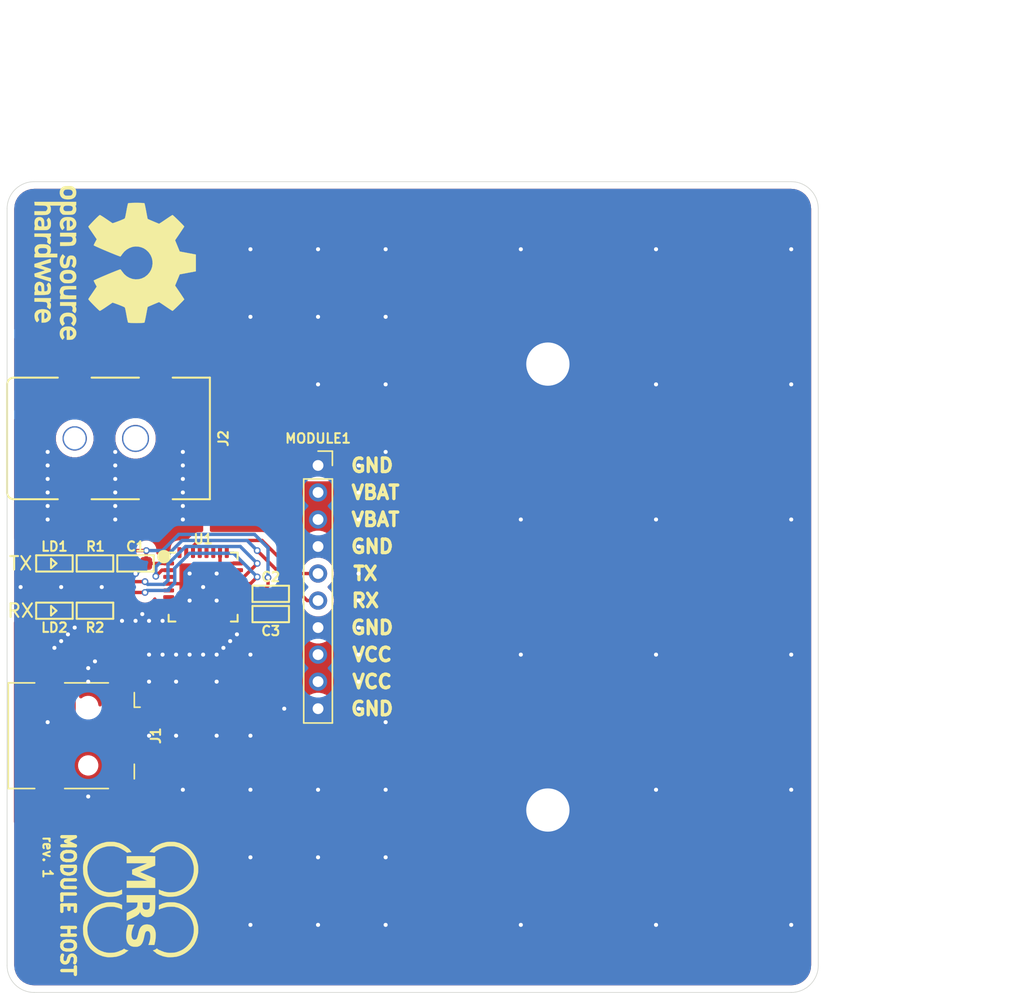
<source format=kicad_pcb>
(kicad_pcb (version 20171130) (host pcbnew 5.1.9-73d0e3b20d~88~ubuntu20.04.1)
  (title_block (title "MRS Module Host") (date 2020-12-15) (rev 1))
  (layers (0 F.Cu signal) (31 B.Cu signal) (34 B.Paste user) (35 F.Paste user) (36 B.SilkS user) (37 F.SilkS user) (38 B.Mask user) (39 F.Mask user) (44 Edge.Cuts user))
  (net 0 "")
  (net 1 +5V)
  (net 2 GND)
  (net 3 +3V3)
  (net 4 "Net-(J1-Pad4)")
  (net 5 /USB_D+)
  (net 6 /USB_D-)
  (net 7 VBAT)
  (net 8 "Net-(LD1-Pad1)")
  (net 9 "Net-(LD2-Pad1)")
  (net 10 /FTDI_TX)
  (net 11 /FTDI_RX)
  (net 12 /TXLED)
  (net 13 /RXLED)
  (net 14 "Net-(U1-Pad32)")
  (net 15 "Net-(U1-Pad31)")
  (net 16 "Net-(U1-Pad29)")
  (net 17 "Net-(U1-Pad28)")
  (net 18 "Net-(U1-Pad27)")
  (net 19 "Net-(U1-Pad25)")
  (net 20 "Net-(U1-Pad23)")
  (net 21 "Net-(U1-Pad13)")
  (net 22 "Net-(U1-Pad12)")
  (net 23 "Net-(U1-Pad11)")
  (net 24 "Net-(U1-Pad10)")
  (net 25 "Net-(U1-Pad9)")
  (net 26 "Net-(U1-Pad8)")
  (net 27 "Net-(U1-Pad7)")
  (net 28 "Net-(U1-Pad6)")
  (net 29 "Net-(U1-Pad5)")
  (net 30 "Net-(U1-Pad3)")
  (module MRS_Connectors:ADC-028-2-TR (layer F.Cu) (at 102 84 90)
    (fp_text reference J2 (at 0 11 270) (layer F.SilkS) (effects (font (size 0.7 0.7))))
    (fp_text value Barrel_Jack hide)
    (pad 2 smd rect (at -5.5 6.1 90) (size 2 2) (layers F.Cu F.Paste F.Mask) (net 2 GND))
    (pad 1 smd rect (at 5.5 6.1 90) (size 2 2) (layers F.Cu F.Paste F.Mask) (net 7 VBAT))
    (pad 2 smd rect (at -5.5 0 90) (size 2 2) (layers F.Cu F.Paste F.Mask) (net 2 GND))
    (pad 1 smd rect (at 5.5 0 90) (size 2 2) (layers F.Cu F.Paste F.Mask) (net 7 VBAT))
    (pad "" np_thru_hole circle (at 0 4.5 90) (size 2 2) (drill 1.8) (layers *.Cu *.Mask))
    (pad "" np_thru_hole circle (at 0 0 90) (size 1.8 1.8) (drill 1.6) (layers *.Cu *.Mask))
  )
  (module MRS_Sensors:MRS_MODULE_MEDIUM (layer F.Cu) (at 120 95)
    (fp_text reference MODULE1 (at 0 -11) (layer F.SilkS) (effects (font (size 0.7 0.7))))
    (fp_text value MRS_Module hide)
    (fp_text user VBAT (at 4.25 -5) (layer F.SilkS) (effects (font (thickness 0.25))))
    (fp_text user RX (at 3.5 1) (layer F.SilkS) (effects (font (thickness 0.25))))
    (fp_text user TX (at 3.5 -1) (layer F.SilkS) (effects (font (thickness 0.25))))
    (fp_text user GND (at 4 -9) (layer F.SilkS) (effects (font (thickness 0.25))))
    (fp_text user GND (at 4 3) (layer F.SilkS) (effects (font (thickness 0.25))))
    (fp_text user GND (at 4 9) (layer F.SilkS) (effects (font (thickness 0.25))))
    (fp_text user GND (at 4 -3) (layer F.SilkS) (effects (font (thickness 0.25))))
    (fp_text user VCC (at 4 7) (layer F.SilkS) (effects (font (thickness 0.25))))
    (fp_text user VCC (at 4 5) (layer F.SilkS) (effects (font (thickness 0.25))))
    (fp_text user VBAT (at 4.25 -7) (layer F.SilkS) (effects (font (thickness 0.25))))
    (pad 2 thru_hole oval (at 0 -7) (size 1.35 1.35) (drill 0.8) (layers *.Cu *.Mask) (net 7 VBAT))
    (pad 10 thru_hole oval (at 0 9) (size 1.35 1.35) (drill 0.8) (layers *.Cu *.Mask) (net 2 GND))
    (pad 8 thru_hole oval (at 0 5) (size 1.35 1.35) (drill 0.8) (layers *.Cu *.Mask) (net 1 +5V))
    (pad 5 thru_hole oval (at 0 -1) (size 1.35 1.35) (drill 0.8) (layers *.Cu *.Mask) (net 10 /FTDI_TX))
    (pad 9 thru_hole oval (at 0 7) (size 1.35 1.35) (drill 0.8) (layers *.Cu *.Mask) (net 1 +5V))
    (pad 6 thru_hole oval (at 0 1) (size 1.35 1.35) (drill 0.8) (layers *.Cu *.Mask) (net 11 /FTDI_RX))
    (pad 1 thru_hole rect (at 0 -9) (size 1.35 1.35) (drill 0.8) (layers *.Cu *.Mask) (net 2 GND))
    (pad 7 thru_hole oval (at 0 3) (size 1.35 1.35) (drill 0.8) (layers *.Cu *.Mask) (net 2 GND))
    (pad 3 thru_hole oval (at 0 -5) (size 1.35 1.35) (drill 0.8) (layers *.Cu *.Mask) (net 7 VBAT))
    (pad 4 thru_hole oval (at 0 -3) (size 1.35 1.35) (drill 0.8) (layers *.Cu *.Mask) (net 2 GND))
    (pad 0 thru_hole circle (at 17 16.5) (size 4 4) (drill 3.2) (layers *.Cu *.Mask) (net 2 GND))
    (pad 0 thru_hole circle (at 17 -16.5) (size 4 4) (drill 3.2) (layers *.Cu *.Mask) (net 2 GND))
  )
  (module Symbol:OSHW-Logo_11.4x12mm_SilkScreen (layer F.Cu) (at 105 71 270)
    (fp_text reference LOGO2 hide)
    (fp_text value Logo_Open_Hardware_Small hide)
  )
  (module MRS_Logo:MRS_10mm (layer F.Cu) (at 106.5 118.5 270)
    (fp_text reference LOGO1 hide)
    (fp_text value MRS_Logo hide)
  )
  (module MRS_QFN:QFN_32-5x5mm (layer F.Cu) (at 111.5 95)
    (fp_text reference U1 (at 0 -3.55) (layer F.SilkS) (effects (font (size 0.7 0.7))))
    (fp_text value FT232RQ hide)
    (pad 32 smd roundrect (at -1.75 -2.55 90) (size 0.8 0.3) (layers F.Cu F.Paste F.Mask) (net 14 "Net-(U1-Pad32)"))
    (pad 31 smd roundrect (at -1.25 -2.55 90) (size 0.8 0.3) (layers F.Cu F.Paste F.Mask) (net 15 "Net-(U1-Pad31)"))
    (pad 30 smd roundrect (at -0.75 -2.55 270) (size 0.8 0.3) (layers F.Cu F.Paste F.Mask) (net 10 /FTDI_TX))
    (pad 29 smd roundrect (at -0.25 -2.55 270) (size 0.8 0.3) (layers F.Cu F.Paste F.Mask) (net 16 "Net-(U1-Pad29)"))
    (pad 28 smd roundrect (at 0.25 -2.55 90) (size 0.8 0.3) (layers F.Cu F.Paste F.Mask) (net 17 "Net-(U1-Pad28)"))
    (pad 27 smd roundrect (at 0.75 -2.55 90) (size 0.8 0.3) (layers F.Cu F.Paste F.Mask) (net 18 "Net-(U1-Pad27)"))
    (pad 26 smd roundrect (at 1.25 -2.55 90) (size 0.8 0.3) (layers F.Cu F.Paste F.Mask) (net 2 GND))
    (pad 25 smd roundrect (at 1.75 -2.55 90) (size 0.8 0.3) (layers F.Cu F.Paste F.Mask) (net 19 "Net-(U1-Pad25)"))
    (pad 24 smd roundrect (at 2.55 -1.75) (size 0.8 0.3) (layers F.Cu F.Paste F.Mask) (net 2 GND))
    (pad 23 smd roundrect (at 2.55 -1.25) (size 0.8 0.3) (layers F.Cu F.Paste F.Mask) (net 20 "Net-(U1-Pad23)"))
    (pad 22 smd roundrect (at 2.55 -0.75) (size 0.8 0.3) (layers F.Cu F.Paste F.Mask) (net 12 /TXLED))
    (pad 21 smd roundrect (at 2.55 -0.25) (size 0.8 0.3) (layers F.Cu F.Paste F.Mask) (net 13 /RXLED))
    (pad 20 smd roundrect (at 2.55 0.25) (size 0.8 0.3) (layers F.Cu F.Paste F.Mask) (net 2 GND))
    (pad 19 smd roundrect (at 2.55 0.75) (size 0.8 0.3) (layers F.Cu F.Paste F.Mask) (net 1 +5V))
    (pad 18 smd roundrect (at 2.55 1.25) (size 0.8 0.3) (layers F.Cu F.Paste F.Mask) (net 1 +5V))
    (pad 17 smd roundrect (at 2.55 1.75) (size 0.8 0.3) (layers F.Cu F.Paste F.Mask) (net 2 GND))
    (pad 16 smd roundrect (at 1.75 2.55 90) (size 0.8 0.3) (layers F.Cu F.Paste F.Mask) (net 3 +3V3))
    (pad 15 smd roundrect (at 1.25 2.55 90) (size 0.8 0.3) (layers F.Cu F.Paste F.Mask) (net 6 /USB_D-))
    (pad 14 smd roundrect (at 0.75 2.55 90) (size 0.8 0.3) (layers F.Cu F.Paste F.Mask) (net 5 /USB_D+))
    (pad 13 smd roundrect (at 0.25 2.55 90) (size 0.8 0.3) (layers F.Cu F.Paste F.Mask) (net 21 "Net-(U1-Pad13)"))
    (pad 12 smd roundrect (at -0.25 2.55 90) (size 0.8 0.3) (layers F.Cu F.Paste F.Mask) (net 22 "Net-(U1-Pad12)"))
    (pad 11 smd roundrect (at -0.75 2.55 90) (size 0.8 0.3) (layers F.Cu F.Paste F.Mask) (net 23 "Net-(U1-Pad11)"))
    (pad 10 smd roundrect (at -1.25 2.55 90) (size 0.8 0.3) (layers F.Cu F.Paste F.Mask) (net 24 "Net-(U1-Pad10)"))
    (pad 9 smd roundrect (at -1.75 2.55 90) (size 0.8 0.3) (layers F.Cu F.Paste F.Mask) (net 25 "Net-(U1-Pad9)"))
    (pad 8 smd roundrect (at -2.55 1.75) (size 0.8 0.3) (layers F.Cu F.Paste F.Mask) (net 26 "Net-(U1-Pad8)"))
    (pad 7 smd roundrect (at -2.55 1.25) (size 0.8 0.3) (layers F.Cu F.Paste F.Mask) (net 27 "Net-(U1-Pad7)"))
    (pad 6 smd roundrect (at -2.55 0.75) (size 0.8 0.3) (layers F.Cu F.Paste F.Mask) (net 28 "Net-(U1-Pad6)"))
    (pad 5 smd roundrect (at -2.55 0.25) (size 0.8 0.3) (layers F.Cu F.Paste F.Mask) (net 29 "Net-(U1-Pad5)"))
    (pad 4 smd roundrect (at -2.55 -0.25) (size 0.8 0.3) (layers F.Cu F.Paste F.Mask) (net 2 GND))
    (pad 3 smd roundrect (at -2.55 -0.75) (size 0.8 0.3) (layers F.Cu F.Paste F.Mask) (net 30 "Net-(U1-Pad3)"))
    (pad 2 smd roundrect (at -2.55 -1.25) (size 0.8 0.3) (layers F.Cu F.Paste F.Mask) (net 11 /FTDI_RX))
    (pad 1 smd roundrect (at -2.55 -1.75) (size 0.8 0.3) (layers F.Cu F.Paste F.Mask) (net 1 +5V))
    (pad 0 smd roundrect (at 0 0) (size 3.2 3.2) (layers F.Cu F.Mask) (net 2 GND))
  )
  (module MRS_Passives:R0603 (layer F.Cu) (at 103.5 96.75)
    (fp_text reference R2 (at 0 1.25) (layer F.SilkS) (effects (font (size 0.7 0.7))))
    (fp_text value 1k hide)
    (pad 1 smd rect (at -0.7875 0) (size 0.875 0.95) (layers F.Cu F.Paste F.Mask) (net 9 "Net-(LD2-Pad1)"))
    (pad 2 smd rect (at 0.7875 0) (size 0.875 0.95) (layers F.Cu F.Paste F.Mask) (net 13 /RXLED))
  )
  (module MRS_Passives:R0603 (layer F.Cu) (at 103.5 93.25)
    (fp_text reference R1 (at 0.0375 -1.25) (layer F.SilkS) (effects (font (size 0.7 0.7))))
    (fp_text value 1k hide)
    (pad 1 smd rect (at -0.7875 0) (size 0.875 0.95) (layers F.Cu F.Paste F.Mask) (net 8 "Net-(LD1-Pad1)"))
    (pad 2 smd rect (at 0.7875 0) (size 0.875 0.95) (layers F.Cu F.Paste F.Mask) (net 12 /TXLED))
  )
  (module MRS_Diodes:LED_0603 (layer F.Cu) (at 100.5 96.75 180)
    (fp_text reference LD2 (at 0 -1.25) (layer F.SilkS) (effects (font (size 0.7 0.7))))
    (fp_text value D_LED_0603_BLUE hide)
    (pad 1 smd rect (at -0.7875 0 180) (size 0.875 0.95) (layers F.Cu F.Paste F.Mask) (net 9 "Net-(LD2-Pad1)"))
    (pad 2 smd rect (at 0.7875 0 180) (size 0.875 0.95) (layers F.Cu F.Paste F.Mask) (net 1 +5V))
  )
  (module MRS_Diodes:LED_0603 (layer F.Cu) (at 100.5 93.25 180)
    (fp_text reference LD1 (at 0 1.25) (layer F.SilkS) (effects (font (size 0.7 0.7))))
    (fp_text value D_LED_0603_BLUE hide)
    (pad 1 smd rect (at -0.7875 0 180) (size 0.875 0.95) (layers F.Cu F.Paste F.Mask) (net 8 "Net-(LD1-Pad1)"))
    (pad 2 smd rect (at 0.7875 0 180) (size 0.875 0.95) (layers F.Cu F.Paste F.Mask) (net 1 +5V))
  )
  (module MRS_Connectors:USB_Mini-B_Lumberg_2486_01_Horizontal (layer F.Cu) (at 103 106 270)
    (fp_text reference J1 (at 0 -5 90) (layer F.SilkS) (effects (font (size 0.7 0.7))))
    (fp_text value USB2.0B_mini hide)
    (pad "" np_thru_hole circle (at 2.2 0 270) (size 1 1) (drill 1) (layers *.Cu *.Mask))
    (pad "" np_thru_hole circle (at -2.2 0 270) (size 1 1) (drill 1) (layers *.Cu *.Mask))
    (pad 6 smd rect (at 4.45 2.85 270) (size 2 1.7) (layers F.Cu F.Paste F.Mask) (net 2 GND))
    (pad 6 smd rect (at 4.45 -2.6 270) (size 2 1.7) (layers F.Cu F.Paste F.Mask) (net 2 GND))
    (pad 6 smd rect (at -4.45 2.85 270) (size 2 1.7) (layers F.Cu F.Paste F.Mask) (net 2 GND))
    (pad 6 smd rect (at -4.45 -2.6 270) (size 2 1.7) (layers F.Cu F.Paste F.Mask) (net 2 GND))
    (pad 5 smd rect (at 1.6 -2.7 270) (size 0.5 2) (layers F.Cu F.Paste F.Mask) (net 2 GND))
    (pad 4 smd rect (at 0.8 -2.7 270) (size 0.5 2) (layers F.Cu F.Paste F.Mask) (net 4 "Net-(J1-Pad4)"))
    (pad 3 smd rect (at 0 -2.7 270) (size 0.5 2) (layers F.Cu F.Paste F.Mask) (net 5 /USB_D+))
    (pad 2 smd rect (at -0.8 -2.7 270) (size 0.5 2) (layers F.Cu F.Paste F.Mask) (net 6 /USB_D-))
    (pad 1 smd rect (at -1.6 -2.7 270) (size 0.5 2) (layers F.Cu F.Paste F.Mask) (net 1 +5V))
  )
  (module MRS_Passives:C0603 (layer F.Cu) (at 116.5 97)
    (fp_text reference C3 (at 0 1.25) (layer F.SilkS) (effects (font (size 0.7 0.7))))
    (fp_text value 0.1uF hide)
    (pad 1 smd roundrect (at -0.7875 0) (size 0.875 0.95) (layers F.Cu F.Paste F.Mask) (net 3 +3V3))
    (pad 2 smd roundrect (at 0.7875 0) (size 0.875 0.95) (layers F.Cu F.Paste F.Mask) (net 2 GND))
  )
  (module MRS_Passives:C0603 (layer F.Cu) (at 116.5 95.5)
    (fp_text reference C2 (at 0 -1.25) (layer F.SilkS) (effects (font (size 0.7 0.7))))
    (fp_text value 0.1uF hide)
    (pad 1 smd roundrect (at -0.7875 0) (size 0.875 0.95) (layers F.Cu F.Paste F.Mask) (net 1 +5V))
    (pad 2 smd roundrect (at 0.7875 0) (size 0.875 0.95) (layers F.Cu F.Paste F.Mask) (net 2 GND))
  )
  (module MRS_Passives:C0603 (layer F.Cu) (at 106.5 93.25 180)
    (fp_text reference C1 (at 0 1.25) (layer F.SilkS) (effects (font (size 0.7 0.7))))
    (fp_text value 10uF hide)
    (pad 1 smd roundrect (at -0.7875 0 180) (size 0.875 0.95) (layers F.Cu F.Paste F.Mask) (net 1 +5V))
    (pad 2 smd roundrect (at 0.7875 0 180) (size 0.875 0.95) (layers F.Cu F.Paste F.Mask) (net 2 GND))
  )
  (gr_text "rev. 1" (at 100 115 270) (layer F.SilkS) (effects (font (size 0.7 0.7))))
  (gr_text "MODULE HOST" (at 101.5 118.5 270) (layer F.SilkS) (effects (font (size 1 1) (thickness 0.25))))
  (gr_arc (start 99 123) (end 97 123) (angle -90) (layer Edge.Cuts) (width 0.05))
  (gr_arc (start 155 123) (end 155 125) (angle -90) (layer Edge.Cuts) (width 0.05))
  (gr_arc (start 155 67) (end 157 67) (angle -90) (layer Edge.Cuts) (width 0.05))
  (gr_arc (start 99 67) (end 99 65) (angle -90) (layer Edge.Cuts) (width 0.05))
  (gr_text RX (at 98 96.75) (layer F.SilkS) (effects (font (size 1 1))))
  (gr_text TX (at 98 93.25) (layer F.SilkS) (effects (font (size 1 1))))
  (gr_line (start 99 65) (end 155 65) (layer Edge.Cuts) (width 0.05))
  (gr_line (start 97 123) (end 97 67) (layer Edge.Cuts) (width 0.05))
  (gr_line (start 155 125) (end 99 125) (layer Edge.Cuts) (width 0.05))
  (gr_line (start 157 67) (end 157 123) (layer Edge.Cuts) (width 0.05))
  (segment (start 115.4625 95.75) (end 115.7125 95.5) (width 0.25) (layer F.Cu) (net 1))
  (segment (start 114.05 95.75) (end 115.4625 95.75) (width 0.25) (layer F.Cu) (net 1))
  (segment (start 108.95 93.25) (end 107.2875 93.25) (width 0.25) (layer F.Cu) (net 1))
  (segment (start 114.9625 96.25) (end 115.7125 95.5) (width 0.25) (layer F.Cu) (net 1))
  (segment (start 114.05 96.25) (end 114.9625 96.25) (width 0.25) (layer F.Cu) (net 1))
  (segment (start 115.7125 95.5) (end 115.7125 95.5125) (width 0.25) (layer F.Cu) (net 1))
  (segment (start 116.52499 96.32499) (end 116.52499 97.57501) (width 0.25) (layer F.Cu) (net 1))
  (segment (start 115.7125 95.5125) (end 116.52499 96.32499) (width 0.25) (layer F.Cu) (net 1))
  (segment (start 116.52499 97.57501) (end 118.94998 100) (width 0.25) (layer F.Cu) (net 1))
  (via (at 107.3 92.3) (size 0.5) (drill 0.3) (layers F.Cu B.Cu) (net 1))
  (segment (start 107.2875 92.3125) (end 107.3 92.3) (width 0.25) (layer F.Cu) (net 1))
  (segment (start 107.2875 93.25) (end 107.2875 92.3125) (width 0.25) (layer F.Cu) (net 1))
  (via (at 116.3 94.3) (size 0.5) (drill 0.3) (layers F.Cu B.Cu) (net 1))
  (segment (start 116.3 94.9125) (end 115.7125 95.5) (width 0.25) (layer F.Cu) (net 1))
  (segment (start 116.3 94.3) (end 116.3 94.9125) (width 0.25) (layer F.Cu) (net 1))
  (segment (start 116.3 92.1) (end 116.3 94.3) (width 0.25) (layer B.Cu) (net 1))
  (segment (start 115.3 91.1) (end 116.3 92.1) (width 0.25) (layer B.Cu) (net 1))
  (segment (start 109.7 91.1) (end 115.3 91.1) (width 0.25) (layer B.Cu) (net 1))
  (segment (start 108.5 92.3) (end 109.7 91.1) (width 0.25) (layer B.Cu) (net 1))
  (segment (start 107.3 92.3) (end 108.5 92.3) (width 0.25) (layer B.Cu) (net 1))
  (segment (start 99.7125 93.25) (end 99.7125 96.75) (width 0.25) (layer F.Cu) (net 1))
  (segment (start 99.789998 93.25) (end 99.7125 93.25) (width 0.25) (layer F.Cu) (net 1))
  (segment (start 100.739998 92.3) (end 99.789998 93.25) (width 0.25) (layer F.Cu) (net 1))
  (segment (start 107.3 92.3) (end 100.739998 92.3) (width 0.25) (layer F.Cu) (net 1))
  (segment (start 114.6 104.4) (end 119 100) (width 0.25) (layer F.Cu) (net 1))
  (segment (start 105.7 104.4) (end 114.6 104.4) (width 0.25) (layer F.Cu) (net 1))
  (segment (start 119 100) (end 120 100) (width 0.25) (layer F.Cu) (net 1))
  (segment (start 118.94998 100) (end 119 100) (width 0.25) (layer F.Cu) (net 1))
  (via (at 110.5 94) (size 0.5) (drill 0.3) (layers F.Cu B.Cu) (net 2))
  (via (at 112.5 96) (size 0.5) (drill 0.3) (layers F.Cu B.Cu) (net 2))
  (via (at 110.5 96) (size 0.5) (drill 0.3) (layers F.Cu B.Cu) (net 2))
  (via (at 112.5 94) (size 0.5) (drill 0.3) (layers F.Cu B.Cu) (net 2))
  (via (at 111.5 95) (size 0.5) (drill 0.3) (layers F.Cu B.Cu) (net 2))
  (segment (start 112.75 93.75) (end 112.5 94) (width 0.25) (layer F.Cu) (net 2))
  (segment (start 112.75 92.45) (end 112.75 93.75) (width 0.25) (layer F.Cu) (net 2))
  (segment (start 111.25 94.75) (end 111.5 95) (width 0.25) (layer F.Cu) (net 2))
  (segment (start 108.95 94.75) (end 111.25 94.75) (width 0.25) (layer F.Cu) (net 2))
  (segment (start 111.75 95.25) (end 111.5 95) (width 0.25) (layer F.Cu) (net 2))
  (segment (start 114.05 95.25) (end 111.75 95.25) (width 0.25) (layer F.Cu) (net 2))
  (segment (start 112.85 93.25) (end 112.75 93.35) (width 0.25) (layer F.Cu) (net 2))
  (segment (start 114.05 93.25) (end 112.85 93.25) (width 0.25) (layer F.Cu) (net 2))
  (segment (start 113.25 96.75) (end 111.5 95) (width 0.25) (layer F.Cu) (net 2))
  (segment (start 114.05 96.75) (end 113.25 96.75) (width 0.25) (layer F.Cu) (net 2))
  (segment (start 105.7 107.6) (end 108.1 107.6) (width 0.5) (layer F.Cu) (net 2))
  (segment (start 105.7 107.6) (end 104.1 107.6) (width 0.5) (layer F.Cu) (net 2))
  (segment (start 105.7 110.35) (end 105.6 110.45) (width 0.25) (layer F.Cu) (net 2))
  (segment (start 105.7 107.6) (end 105.7 110.35) (width 0.5) (layer F.Cu) (net 2))
  (via (at 115 70) (size 0.5) (drill 0.3) (layers F.Cu B.Cu) (net 2))
  (via (at 120 70) (size 0.5) (drill 0.3) (layers F.Cu B.Cu) (net 2))
  (via (at 125 70) (size 0.5) (drill 0.3) (layers F.Cu B.Cu) (net 2))
  (via (at 135 70) (size 0.5) (drill 0.3) (layers F.Cu B.Cu) (net 2))
  (via (at 145 70) (size 0.5) (drill 0.3) (layers F.Cu B.Cu) (net 2))
  (via (at 155 70) (size 0.5) (drill 0.3) (layers F.Cu B.Cu) (net 2))
  (via (at 145 80) (size 0.5) (drill 0.3) (layers F.Cu B.Cu) (net 2))
  (via (at 155 80) (size 0.5) (drill 0.3) (layers F.Cu B.Cu) (net 2))
  (via (at 125 85) (size 0.5) (drill 0.3) (layers F.Cu B.Cu) (net 2))
  (via (at 120 80) (size 0.5) (drill 0.3) (layers F.Cu B.Cu) (net 2))
  (via (at 125 80) (size 0.5) (drill 0.3) (layers F.Cu B.Cu) (net 2))
  (via (at 125 75) (size 0.5) (drill 0.3) (layers F.Cu B.Cu) (net 2))
  (via (at 115 75) (size 0.5) (drill 0.3) (layers F.Cu B.Cu) (net 2))
  (via (at 120 75) (size 0.5) (drill 0.3) (layers F.Cu B.Cu) (net 2))
  (via (at 110 85) (size 0.5) (drill 0.3) (layers F.Cu B.Cu) (net 2))
  (via (at 105 85) (size 0.5) (drill 0.3) (layers F.Cu B.Cu) (net 2))
  (via (at 100 85) (size 0.5) (drill 0.3) (layers F.Cu B.Cu) (net 2))
  (via (at 104 95) (size 0.5) (drill 0.3) (layers F.Cu B.Cu) (net 2))
  (via (at 115 100) (size 0.5) (drill 0.3) (layers F.Cu B.Cu) (net 2))
  (via (at 100 105) (size 0.5) (drill 0.3) (layers F.Cu B.Cu) (net 2))
  (via (at 115 120) (size 0.5) (drill 0.3) (layers F.Cu B.Cu) (net 2))
  (via (at 115 115) (size 0.5) (drill 0.3) (layers F.Cu B.Cu) (net 2))
  (via (at 115 110) (size 0.5) (drill 0.3) (layers F.Cu B.Cu) (net 2))
  (via (at 110 110) (size 0.5) (drill 0.3) (layers F.Cu B.Cu) (net 2))
  (via (at 120 110) (size 0.5) (drill 0.3) (layers F.Cu B.Cu) (net 2))
  (via (at 125 110) (size 0.5) (drill 0.3) (layers F.Cu B.Cu) (net 2))
  (via (at 125 115) (size 0.5) (drill 0.3) (layers F.Cu B.Cu) (net 2))
  (via (at 120 115) (size 0.5) (drill 0.3) (layers F.Cu B.Cu) (net 2))
  (via (at 120 120) (size 0.5) (drill 0.3) (layers F.Cu B.Cu) (net 2))
  (via (at 125 120) (size 0.5) (drill 0.3) (layers F.Cu B.Cu) (net 2))
  (via (at 135 120) (size 0.5) (drill 0.3) (layers F.Cu B.Cu) (net 2))
  (via (at 145 120) (size 0.5) (drill 0.3) (layers F.Cu B.Cu) (net 2))
  (via (at 155 120) (size 0.5) (drill 0.3) (layers F.Cu B.Cu) (net 2))
  (via (at 125 105) (size 0.5) (drill 0.3) (layers F.Cu B.Cu) (net 2))
  (via (at 155 110) (size 0.5) (drill 0.3) (layers F.Cu B.Cu) (net 2))
  (via (at 145 110) (size 0.5) (drill 0.3) (layers F.Cu B.Cu) (net 2))
  (via (at 155 100) (size 0.5) (drill 0.3) (layers F.Cu B.Cu) (net 2))
  (via (at 145 100) (size 0.5) (drill 0.3) (layers F.Cu B.Cu) (net 2))
  (via (at 135 100) (size 0.5) (drill 0.3) (layers F.Cu B.Cu) (net 2))
  (via (at 145 90) (size 0.5) (drill 0.3) (layers F.Cu B.Cu) (net 2))
  (via (at 155 90) (size 0.5) (drill 0.3) (layers F.Cu B.Cu) (net 2))
  (via (at 135 90) (size 0.5) (drill 0.3) (layers F.Cu B.Cu) (net 2))
  (via (at 101 95) (size 0.5) (drill 0.3) (layers F.Cu B.Cu) (net 2))
  (via (at 98 95) (size 0.5) (drill 0.3) (layers F.Cu B.Cu) (net 2))
  (via (at 107 97) (size 0.5) (drill 0.3) (layers F.Cu B.Cu) (net 2))
  (via (at 101 99) (size 0.5) (drill 0.3) (layers F.Cu B.Cu) (net 2))
  (via (at 105.5 97.5) (size 0.5) (drill 0.3) (layers F.Cu B.Cu) (net 2))
  (via (at 106.5 97.5) (size 0.5) (drill 0.3) (layers F.Cu B.Cu) (net 2))
  (via (at 107.5 97.5) (size 0.5) (drill 0.3) (layers F.Cu B.Cu) (net 2))
  (via (at 108.5 97.5) (size 0.5) (drill 0.3) (layers F.Cu B.Cu) (net 2))
  (via (at 102 98) (size 0.5) (drill 0.3) (layers F.Cu B.Cu) (net 2))
  (via (at 101.5 98.5) (size 0.5) (drill 0.3) (layers F.Cu B.Cu) (net 2))
  (via (at 100.5 99.5) (size 0.5) (drill 0.3) (layers F.Cu B.Cu) (net 2))
  (via (at 103.5 100.5) (size 0.5) (drill 0.3) (layers F.Cu B.Cu) (net 2))
  (via (at 103 101) (size 0.5) (drill 0.3) (layers F.Cu B.Cu) (net 2))
  (via (at 103 102) (size 0.5) (drill 0.3) (layers F.Cu B.Cu) (net 2))
  (via (at 107.5 100) (size 0.5) (drill 0.3) (layers F.Cu B.Cu) (net 2))
  (via (at 108.5 100) (size 0.5) (drill 0.3) (layers F.Cu B.Cu) (net 2))
  (via (at 109.5 100) (size 0.5) (drill 0.3) (layers F.Cu B.Cu) (net 2))
  (via (at 110.5 100) (size 0.5) (drill 0.3) (layers F.Cu B.Cu) (net 2))
  (via (at 111.5 100) (size 0.5) (drill 0.3) (layers F.Cu B.Cu) (net 2))
  (via (at 112.5 100) (size 0.5) (drill 0.3) (layers F.Cu B.Cu) (net 2))
  (via (at 113 99.5) (size 0.5) (drill 0.3) (layers F.Cu B.Cu) (net 2))
  (via (at 113.5 99) (size 0.5) (drill 0.3) (layers F.Cu B.Cu) (net 2))
  (via (at 114 98.5) (size 0.5) (drill 0.3) (layers F.Cu B.Cu) (net 2))
  (via (at 107.5 102) (size 0.5) (drill 0.3) (layers F.Cu B.Cu) (net 2))
  (via (at 109.5 102) (size 0.5) (drill 0.3) (layers F.Cu B.Cu) (net 2))
  (via (at 112.5 102) (size 0.5) (drill 0.3) (layers F.Cu B.Cu) (net 2))
  (via (at 109.5 106) (size 0.5) (drill 0.3) (layers F.Cu B.Cu) (net 2))
  (via (at 107.5 106) (size 0.5) (drill 0.3) (layers F.Cu B.Cu) (net 2))
  (via (at 112.5 106) (size 0.5) (drill 0.3) (layers F.Cu B.Cu) (net 2))
  (via (at 115 106) (size 0.5) (drill 0.3) (layers F.Cu B.Cu) (net 2))
  (via (at 117.5 104) (size 0.5) (drill 0.3) (layers F.Cu B.Cu) (net 2))
  (via (at 103 110.5) (size 0.5) (drill 0.3) (layers F.Cu B.Cu) (net 2))
  (via (at 123 100) (size 0.5) (drill 0.3) (layers F.Cu B.Cu) (net 2))
  (via (at 123 102) (size 0.5) (drill 0.3) (layers F.Cu B.Cu) (net 2))
  (via (at 123 104) (size 0.5) (drill 0.3) (layers F.Cu B.Cu) (net 2))
  (via (at 123 98) (size 0.5) (drill 0.3) (layers F.Cu B.Cu) (net 2))
  (via (at 123 86) (size 0.5) (drill 0.3) (layers F.Cu B.Cu) (net 2))
  (via (at 123 88) (size 0.5) (drill 0.3) (layers F.Cu B.Cu) (net 2))
  (via (at 123 90) (size 0.5) (drill 0.3) (layers F.Cu B.Cu) (net 2))
  (via (at 123 92) (size 0.5) (drill 0.3) (layers F.Cu B.Cu) (net 2))
  (via (at 123 94) (size 0.5) (drill 0.3) (layers F.Cu B.Cu) (net 2))
  (via (at 123 96) (size 0.5) (drill 0.3) (layers F.Cu B.Cu) (net 2))
  (via (at 106.5 94) (size 0.5) (drill 0.3) (layers F.Cu B.Cu) (net 2))
  (segment (start 105.75 93.25) (end 106.5 94) (width 0.25) (layer F.Cu) (net 2))
  (segment (start 105.7125 93.25) (end 105.75 93.25) (width 0.25) (layer F.Cu) (net 2))
  (via (at 105 87) (size 0.5) (drill 0.3) (layers F.Cu B.Cu) (net 2))
  (via (at 110 87) (size 0.5) (drill 0.3) (layers F.Cu B.Cu) (net 2))
  (via (at 105 90) (size 0.5) (drill 0.3) (layers F.Cu B.Cu) (net 2))
  (via (at 110 90) (size 0.5) (drill 0.3) (layers F.Cu B.Cu) (net 2))
  (via (at 100 90) (size 0.5) (drill 0.3) (layers F.Cu B.Cu) (net 2))
  (via (at 100 89) (size 0.5) (drill 0.3) (layers F.Cu B.Cu) (net 2))
  (via (at 105 89) (size 0.5) (drill 0.3) (layers F.Cu B.Cu) (net 2))
  (via (at 110 89) (size 0.5) (drill 0.3) (layers F.Cu B.Cu) (net 2))
  (via (at 100 87) (size 0.5) (drill 0.3) (layers F.Cu B.Cu) (net 2))
  (via (at 100 88) (size 0.5) (drill 0.3) (layers F.Cu B.Cu) (net 2))
  (via (at 105 88) (size 0.5) (drill 0.3) (layers F.Cu B.Cu) (net 2))
  (via (at 110 88) (size 0.5) (drill 0.3) (layers F.Cu B.Cu) (net 2))
  (via (at 110 86) (size 0.5) (drill 0.3) (layers F.Cu B.Cu) (net 2))
  (via (at 105 86) (size 0.5) (drill 0.3) (layers F.Cu B.Cu) (net 2))
  (via (at 100 86) (size 0.5) (drill 0.3) (layers F.Cu B.Cu) (net 2))
  (segment (start 115.1625 97.55) (end 115.7125 97) (width 0.25) (layer F.Cu) (net 3))
  (segment (start 113.25 97.55) (end 115.1625 97.55) (width 0.25) (layer F.Cu) (net 3))
  (segment (start 103.1568 98.775) (end 101.525 100.4068) (width 0.2) (layer F.Cu) (net 5))
  (segment (start 104.199999 106) (end 105.7 106) (width 0.2) (layer F.Cu) (net 5))
  (segment (start 101.525 105.0932) (end 102.2568 105.825) (width 0.2) (layer F.Cu) (net 5))
  (segment (start 104.024999 105.825) (end 104.199999 106) (width 0.2) (layer F.Cu) (net 5))
  (segment (start 102.2568 105.825) (end 104.024999 105.825) (width 0.2) (layer F.Cu) (net 5))
  (segment (start 101.525 100.4068) (end 101.525 105.0932) (width 0.2) (layer F.Cu) (net 5))
  (segment (start 111.9068 98.775) (end 103.1568 98.775) (width 0.2) (layer F.Cu) (net 5))
  (segment (start 112.275 98.4068) (end 111.9068 98.775) (width 0.2) (layer F.Cu) (net 5))
  (segment (start 112.275 97.575) (end 112.275 98.4068) (width 0.2) (layer F.Cu) (net 5))
  (segment (start 112.25 97.55) (end 112.275 97.575) (width 0.2) (layer F.Cu) (net 5))
  (segment (start 103.3432 99.225) (end 101.975 100.5932) (width 0.2) (layer F.Cu) (net 6))
  (segment (start 104.199999 105.2) (end 105.7 105.2) (width 0.2) (layer F.Cu) (net 6))
  (segment (start 102.4432 105.375) (end 104.024999 105.375) (width 0.2) (layer F.Cu) (net 6))
  (segment (start 104.024999 105.375) (end 104.199999 105.2) (width 0.2) (layer F.Cu) (net 6))
  (segment (start 101.975 104.9068) (end 102.4432 105.375) (width 0.2) (layer F.Cu) (net 6))
  (segment (start 101.975 100.5932) (end 101.975 104.9068) (width 0.2) (layer F.Cu) (net 6))
  (segment (start 112.0932 99.225) (end 103.3432 99.225) (width 0.2) (layer F.Cu) (net 6))
  (segment (start 112.725 98.5932) (end 112.0932 99.225) (width 0.2) (layer F.Cu) (net 6))
  (segment (start 112.725 97.575) (end 112.725 98.5932) (width 0.2) (layer F.Cu) (net 6))
  (segment (start 112.75 97.55) (end 112.725 97.575) (width 0.2) (layer F.Cu) (net 6))
  (segment (start 101.2875 93.25) (end 102.675 93.25) (width 0.25) (layer F.Cu) (net 8))
  (segment (start 101.2875 96.75) (end 102.7125 96.75) (width 0.25) (layer F.Cu) (net 9))
  (segment (start 118.3 94) (end 120 94) (width 0.25) (layer F.Cu) (net 10))
  (segment (start 115.85 91.55) (end 118.3 94) (width 0.25) (layer F.Cu) (net 10))
  (segment (start 111.184298 91.55) (end 115.85 91.55) (width 0.25) (layer F.Cu) (net 10))
  (segment (start 110.75 91.984298) (end 111.184298 91.55) (width 0.25) (layer F.Cu) (net 10))
  (segment (start 110.75 92.45) (end 110.75 91.984298) (width 0.25) (layer F.Cu) (net 10))
  (via (at 108 94.2) (size 0.5) (drill 0.3) (layers F.Cu B.Cu) (net 11))
  (segment (start 108.45 93.75) (end 108 94.2) (width 0.25) (layer F.Cu) (net 11))
  (segment (start 108.95 93.75) (end 108.45 93.75) (width 0.25) (layer F.Cu) (net 11))
  (via (at 115.5 92.3) (size 0.5) (drill 0.3) (layers F.Cu B.Cu) (net 11))
  (segment (start 119.2 96) (end 120 96) (width 0.25) (layer F.Cu) (net 11))
  (segment (start 115.5 92.3) (end 119.2 96) (width 0.25) (layer F.Cu) (net 11))
  (segment (start 114.75 91.55) (end 115.5 92.3) (width 0.25) (layer B.Cu) (net 11))
  (segment (start 109.95 91.55) (end 114.75 91.55) (width 0.25) (layer B.Cu) (net 11))
  (segment (start 108 93.5) (end 109.95 91.55) (width 0.25) (layer B.Cu) (net 11))
  (segment (start 108 94.2) (end 108 93.5) (width 0.25) (layer B.Cu) (net 11))
  (via (at 115.5 93.25) (size 0.5) (drill 0.3) (layers F.Cu B.Cu) (net 12))
  (segment (start 115.5 93.265702) (end 115.5 93.25) (width 0.25) (layer F.Cu) (net 12))
  (segment (start 114.515702 94.25) (end 115.5 93.265702) (width 0.25) (layer F.Cu) (net 12))
  (segment (start 114.05 94.25) (end 114.515702 94.25) (width 0.25) (layer F.Cu) (net 12))
  (via (at 107.199996 94.6) (size 0.5) (drill 0.3) (layers F.Cu B.Cu) (net 12))
  (segment (start 104.2875 93.25) (end 105.6375 94.6) (width 0.25) (layer F.Cu) (net 12))
  (segment (start 115.5 93.25) (end 114.25 92) (width 0.25) (layer B.Cu) (net 12))
  (segment (start 110.2 92) (end 108.9 93.3) (width 0.25) (layer B.Cu) (net 12))
  (segment (start 105.6375 94.6) (end 107.199996 94.6) (width 0.25) (layer F.Cu) (net 12))
  (segment (start 114.25 92) (end 110.2 92) (width 0.25) (layer B.Cu) (net 12))
  (segment (start 108.9 93.3) (end 108.9 94.5) (width 0.25) (layer B.Cu) (net 12))
  (segment (start 108.9 94.5) (end 108.6 94.8) (width 0.25) (layer B.Cu) (net 12))
  (segment (start 108.6 94.8) (end 107.399996 94.8) (width 0.25) (layer B.Cu) (net 12))
  (segment (start 107.399996 94.8) (end 107.199996 94.6) (width 0.25) (layer B.Cu) (net 12))
  (via (at 115.5 94.25) (size 0.5) (drill 0.3) (layers F.Cu B.Cu) (net 13))
  (segment (start 115 94.75) (end 115.5 94.25) (width 0.25) (layer F.Cu) (net 13))
  (segment (start 114.05 94.75) (end 115 94.75) (width 0.25) (layer F.Cu) (net 13))
  (segment (start 108.85 95.25) (end 108.95 95.25) (width 0.25) (layer B.Cu) (net 13))
  (segment (start 113.75 92.5) (end 115.5 94.25) (width 0.25) (layer B.Cu) (net 13))
  (segment (start 110.5 92.5) (end 113.75 92.5) (width 0.25) (layer B.Cu) (net 13))
  (segment (start 109.4 93.6) (end 110.5 92.5) (width 0.25) (layer B.Cu) (net 13))
  (segment (start 109.4 94.7) (end 109.4 93.6) (width 0.25) (layer B.Cu) (net 13))
  (segment (start 108.85 95.25) (end 109.4 94.7) (width 0.25) (layer B.Cu) (net 13))
  (via (at 107.2 95.4) (size 0.5) (drill 0.3) (layers F.Cu B.Cu) (net 13))
  (segment (start 108.85 95.25) (end 107.35 95.25) (width 0.25) (layer B.Cu) (net 13))
  (segment (start 107.35 95.25) (end 107.2 95.4) (width 0.25) (layer B.Cu) (net 13))
  (segment (start 105.6375 95.4) (end 107.2 95.4) (width 0.25) (layer F.Cu) (net 13))
  (segment (start 104.2875 96.75) (end 105.6375 95.4) (width 0.25) (layer F.Cu) (net 13))
  (zone (net 7) (net_name VBAT) (layer F.Cu) (priority 1) (connect_pads yes (clearance 0.5)) (min_thickness 0.25) (fill yes (arc_segments 32) (thermal_gap 0.5) (thermal_bridge_width 0.5))
    (polygon (pts (xy 121.5 91) (xy 112 91) (xy 112 82) (xy 97 82) (xy 97 76.5) (xy 117 76.5) (xy 117 87) (xy 121.5 87)))
  )
  (zone (net 1) (net_name +5V) (layer F.Cu) (priority 1) (connect_pads yes (clearance 0.5)) (min_thickness 0.25) (fill yes (arc_segments 32) (thermal_gap 0.5) (thermal_bridge_width 0.5))
    (polygon (pts (xy 121.5 103) (xy 117 103) (xy 115 105) (xy 104.5 105) (xy 104.5 103) (xy 113 103) (xy 117 99) (xy 121.5 99)))
  )
  (zone (net 2) (net_name GND) (layer F.Cu) (connect_pads (clearance 0.5)) (min_thickness 0.25) (fill yes (arc_segments 32) (thermal_gap 0.5) (thermal_bridge_width 0.5))
    (polygon (pts (xy 157 125) (xy 97 125) (xy 97 65) (xy 157 65)))
  )
  (zone (net 2) (net_name GND) (layer B.Cu) (priority 1) (connect_pads yes (clearance 0.5)) (min_thickness 0.25) (fill yes (arc_segments 32) (thermal_gap 0.5) (thermal_bridge_width 0.5))
    (polygon (pts (xy 157 125) (xy 97 125) (xy 97 65) (xy 157 65)))
  )
  (zone (net 2) (net_name GND) (layer F.Cu) (connect_pads yes (clearance 0.5)) (min_thickness 0.25) (fill yes (arc_segments 32) (thermal_gap 0.5) (thermal_bridge_width 0.5))
    (polygon (pts (xy 122 91.5) (xy 97 91.5) (xy 97 81) (xy 122 81)))
  )
  (zone (net 2) (net_name GND) (layer F.Cu) (connect_pads yes (clearance 0.5)) (min_thickness 0.25) (fill yes (arc_segments 32) (thermal_gap 0.5) (thermal_bridge_width 0.5))
    (polygon (pts (xy 122 106) (xy 117.5 106) (xy 117.5 84.5) (xy 122 84.5)))
  )
  (zone (net 2) (net_name GND) (layer F.Cu) (connect_pads yes (clearance 0.25)) (min_thickness 0.25) (fill yes (arc_segments 32) (thermal_gap 0.25) (thermal_bridge_width 0.5))
    (polygon (pts (xy 113.25 96.75) (xy 109.75 96.75) (xy 109.75 93.25) (xy 113.25 93.25)))
  )
  (zone (net 2) (net_name GND) (layer F.Cu) (connect_pads yes (clearance 0.25)) (min_thickness 0.25) (fill yes (arc_segments 32) (thermal_gap 0.25) (thermal_bridge_width 0.5))
    (polygon (pts (xy 141 115.5) (xy 133 115.5) (xy 133 74.5) (xy 141 74.5)))
  )
  (zone (net 2) (net_name GND) (layer F.Cu) (connect_pads yes (clearance 0.25)) (min_thickness 0.25) (fill yes (arc_segments 32) (thermal_gap 0.25) (thermal_bridge_width 0.5))
    (polygon (pts (xy 113.5 102.5) (xy 104 102.5) (xy 104 107) (xy 107.5 107) (xy 107.5 112.5) (xy 97.5 112.5) (xy 97.5 97.5) (xy 113.5 98)))
  )
)
</source>
